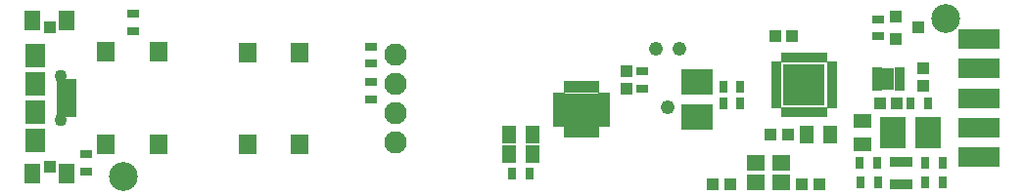
<source format=gbr>
G04 #@! TF.GenerationSoftware,KiCad,Pcbnew,(5.0.0)*
G04 #@! TF.CreationDate,2019-05-10T09:44:01+02:00*
G04 #@! TF.ProjectId,3dsimo_kit,336473696D6F5F6B69742E6B69636164,200A*
G04 #@! TF.SameCoordinates,Original*
G04 #@! TF.FileFunction,Soldermask,Top*
G04 #@! TF.FilePolarity,Negative*
%FSLAX46Y46*%
G04 Gerber Fmt 4.6, Leading zero omitted, Abs format (unit mm)*
G04 Created by KiCad (PCBNEW (5.0.0)) date 05/10/19 09:44:01*
%MOMM*%
%LPD*%
G01*
G04 APERTURE LIST*
%ADD10R,1.140000X0.740000*%
%ADD11R,0.990000X1.040000*%
%ADD12R,2.190000X2.740000*%
%ADD13R,2.740000X2.190000*%
%ADD14R,1.640000X1.440000*%
%ADD15R,1.040000X0.990000*%
%ADD16R,1.490000X1.240000*%
%ADD17R,3.540000X1.740000*%
%ADD18C,1.230600*%
%ADD19C,1.090000*%
%ADD20R,1.740000X2.040000*%
%ADD21R,1.690000X0.690000*%
%ADD22R,1.540000X1.540000*%
%ADD23R,0.540000X1.090000*%
%ADD24R,1.090000X0.540000*%
%ADD25R,1.965000X1.965000*%
%ADD26R,0.940000X0.490000*%
%ADD27R,0.490000X0.940000*%
%ADD28R,1.140000X1.140000*%
%ADD29R,1.340000X1.740000*%
%ADD30R,0.640000X0.890000*%
%ADD31R,1.240000X1.490000*%
%ADD32R,0.740000X1.140000*%
%ADD33C,2.500000*%
%ADD34C,1.940000*%
%ADD35R,1.540000X1.790000*%
%ADD36R,1.140000X1.090000*%
%ADD37R,0.890000X0.590000*%
%ADD38R,1.140000X1.040000*%
G04 APERTURE END LIST*
D10*
G04 #@! TO.C,R15*
X71500000Y-67550000D03*
X71500000Y-69050000D03*
G04 #@! TD*
G04 #@! TO.C,R8*
X119550000Y-60350000D03*
X119550000Y-61850000D03*
G04 #@! TD*
D11*
G04 #@! TO.C,C11*
X118200000Y-61850000D03*
X118200000Y-60350000D03*
G04 #@! TD*
D12*
G04 #@! TO.C,C13*
X144275000Y-65650000D03*
X141225000Y-65650000D03*
G04 #@! TD*
D13*
G04 #@! TO.C,C12*
X124300000Y-61225000D03*
X124300000Y-64275000D03*
G04 #@! TD*
D14*
G04 #@! TO.C,X2*
X129400000Y-69950000D03*
X131600000Y-69950000D03*
X131600000Y-68250000D03*
X129400000Y-68250000D03*
G04 #@! TD*
D15*
G04 #@! TO.C,C10*
X134900000Y-70100000D03*
X133400000Y-70100000D03*
G04 #@! TD*
G04 #@! TO.C,C9*
X125650000Y-70100000D03*
X127150000Y-70100000D03*
G04 #@! TD*
D16*
G04 #@! TO.C,C8*
X138600000Y-66650000D03*
X138600000Y-64650000D03*
G04 #@! TD*
D17*
G04 #@! TO.C,J1*
X148700000Y-57550000D03*
X148700000Y-60100000D03*
X148700000Y-62650000D03*
X148700000Y-65200000D03*
X148700000Y-67750000D03*
G04 #@! TD*
D18*
G04 #@! TO.C,P2*
X121800000Y-63440000D03*
X120784000Y-58360000D03*
X122816000Y-58360000D03*
G04 #@! TD*
D19*
G04 #@! TO.C,J2*
X69275000Y-64550000D03*
X69275000Y-60750000D03*
D20*
X67075000Y-66350000D03*
X67075000Y-63850000D03*
X67075000Y-61450000D03*
X67075000Y-58950000D03*
D21*
X69750000Y-63950000D03*
X69750000Y-63300000D03*
X69750000Y-62650000D03*
X69750000Y-62000000D03*
X69750000Y-61350000D03*
G04 #@! TD*
D22*
G04 #@! TO.C,U4*
X113650000Y-63000000D03*
X113650000Y-64300000D03*
X114950000Y-63000000D03*
X114950000Y-64300000D03*
D23*
X113050000Y-61700000D03*
X113550000Y-61700000D03*
X114050000Y-61700000D03*
X114550000Y-61700000D03*
X115050000Y-61700000D03*
X115550000Y-61700000D03*
D24*
X116250000Y-62400000D03*
X116250000Y-62900000D03*
X116250000Y-63400000D03*
X116250000Y-63900000D03*
X116250000Y-64400000D03*
X116250000Y-64900000D03*
D23*
X115550000Y-65600000D03*
X115050000Y-65600000D03*
X114550000Y-65600000D03*
X114050000Y-65600000D03*
X113550000Y-65600000D03*
X113050000Y-65600000D03*
D24*
X112350000Y-64900000D03*
X112350000Y-64400000D03*
X112350000Y-63900000D03*
X112350000Y-63400000D03*
X112350000Y-62900000D03*
X112350000Y-62400000D03*
G04 #@! TD*
D25*
G04 #@! TO.C,U3*
X132687500Y-62362500D03*
X134412500Y-62362500D03*
X132687500Y-60637500D03*
X134412500Y-60637500D03*
D26*
X131150000Y-63250000D03*
X131150000Y-62750000D03*
X131150000Y-62250000D03*
X131150000Y-61750000D03*
X131150000Y-61250000D03*
X131150000Y-60750000D03*
X131150000Y-60250000D03*
X131150000Y-59750000D03*
D27*
X131800000Y-59100000D03*
X132300000Y-59100000D03*
X132800000Y-59100000D03*
X133300000Y-59100000D03*
X133800000Y-59100000D03*
X134300000Y-59100000D03*
X134800000Y-59100000D03*
X135300000Y-59100000D03*
D26*
X135950000Y-59750000D03*
X135950000Y-60250000D03*
X135950000Y-60750000D03*
X135950000Y-61250000D03*
X135950000Y-61750000D03*
X135950000Y-62250000D03*
X135950000Y-62750000D03*
X135950000Y-63250000D03*
D27*
X135300000Y-63900000D03*
X134800000Y-63900000D03*
X134300000Y-63900000D03*
X133800000Y-63900000D03*
X133300000Y-63900000D03*
X132800000Y-63900000D03*
X132300000Y-63900000D03*
X131800000Y-63900000D03*
G04 #@! TD*
D28*
G04 #@! TO.C,D1*
X68300000Y-56550000D03*
D29*
X69800000Y-55900000D03*
X66800000Y-55900000D03*
G04 #@! TD*
D28*
G04 #@! TO.C,D2*
X68300000Y-68600000D03*
D29*
X66800000Y-69250000D03*
X69800000Y-69250000D03*
G04 #@! TD*
D30*
G04 #@! TO.C,Q2*
X141300000Y-70100000D03*
X142600000Y-70100000D03*
X141950000Y-68200000D03*
X141950000Y-70100000D03*
X142600000Y-68200000D03*
X141300000Y-68200000D03*
G04 #@! TD*
D15*
G04 #@! TO.C,C5*
X130650000Y-65850000D03*
X132150000Y-65850000D03*
G04 #@! TD*
D31*
G04 #@! TO.C,C4*
X133800000Y-65850000D03*
X135800000Y-65850000D03*
G04 #@! TD*
G04 #@! TO.C,C6*
X110050000Y-65800000D03*
X108050000Y-65800000D03*
G04 #@! TD*
G04 #@! TO.C,C7*
X108050000Y-67550000D03*
X110050000Y-67550000D03*
G04 #@! TD*
D32*
G04 #@! TO.C,R10*
X145550000Y-70000000D03*
X144050000Y-70000000D03*
G04 #@! TD*
D10*
G04 #@! TO.C,R14*
X75550000Y-56850000D03*
X75550000Y-55350000D03*
G04 #@! TD*
D32*
G04 #@! TO.C,R13*
X144250000Y-63100000D03*
X142750000Y-63100000D03*
G04 #@! TD*
G04 #@! TO.C,R11*
X108300000Y-69200000D03*
X109800000Y-69200000D03*
G04 #@! TD*
G04 #@! TO.C,R7*
X139950000Y-70000000D03*
X138450000Y-70000000D03*
G04 #@! TD*
G04 #@! TO.C,R6*
X126550000Y-63100000D03*
X128050000Y-63100000D03*
G04 #@! TD*
G04 #@! TO.C,R5*
X128050000Y-61700000D03*
X126550000Y-61700000D03*
G04 #@! TD*
G04 #@! TO.C,R12*
X138400000Y-68300000D03*
X139900000Y-68300000D03*
G04 #@! TD*
D15*
G04 #@! TO.C,C3*
X140100000Y-63100000D03*
X141600000Y-63100000D03*
G04 #@! TD*
D33*
G04 #@! TO.C,J4*
X74700000Y-69500000D03*
G04 #@! TD*
G04 #@! TO.C,J3*
X145800000Y-55750000D03*
G04 #@! TD*
D34*
G04 #@! TO.C,U2*
X98200000Y-66470000D03*
X98200000Y-63920000D03*
X98200000Y-61380000D03*
X98200000Y-58840000D03*
G04 #@! TD*
D35*
G04 #@! TO.C,SW2*
X85425000Y-58675000D03*
X89925000Y-58675000D03*
X85425000Y-66675000D03*
X89925000Y-66675000D03*
G04 #@! TD*
G04 #@! TO.C,SW1*
X77700000Y-66650000D03*
X73200000Y-66650000D03*
X77700000Y-58650000D03*
X73200000Y-58650000D03*
G04 #@! TD*
D36*
G04 #@! TO.C,U1*
X140850000Y-61425000D03*
X140850000Y-60575000D03*
D37*
X139850000Y-61750000D03*
X139850000Y-61250000D03*
X139850000Y-60750000D03*
X139850000Y-60250000D03*
X141850000Y-60250000D03*
X141850000Y-60750000D03*
X141850000Y-61250000D03*
X141850000Y-61750000D03*
G04 #@! TD*
D38*
G04 #@! TO.C,Q1*
X141450000Y-55600000D03*
X141450000Y-57500000D03*
X143450000Y-56550000D03*
G04 #@! TD*
D15*
G04 #@! TO.C,C2*
X131050000Y-57250000D03*
X132550000Y-57250000D03*
G04 #@! TD*
D11*
G04 #@! TO.C,C1*
X143850000Y-61600000D03*
X143850000Y-60100000D03*
G04 #@! TD*
D10*
G04 #@! TO.C,R3*
X139950000Y-55800000D03*
X139950000Y-57300000D03*
G04 #@! TD*
D32*
G04 #@! TO.C,R4*
X145550000Y-68300000D03*
X144050000Y-68300000D03*
G04 #@! TD*
D10*
G04 #@! TO.C,R1*
X96100000Y-62775000D03*
X96100000Y-61275000D03*
G04 #@! TD*
G04 #@! TO.C,R2*
X96100000Y-58175000D03*
X96100000Y-59675000D03*
G04 #@! TD*
M02*

</source>
